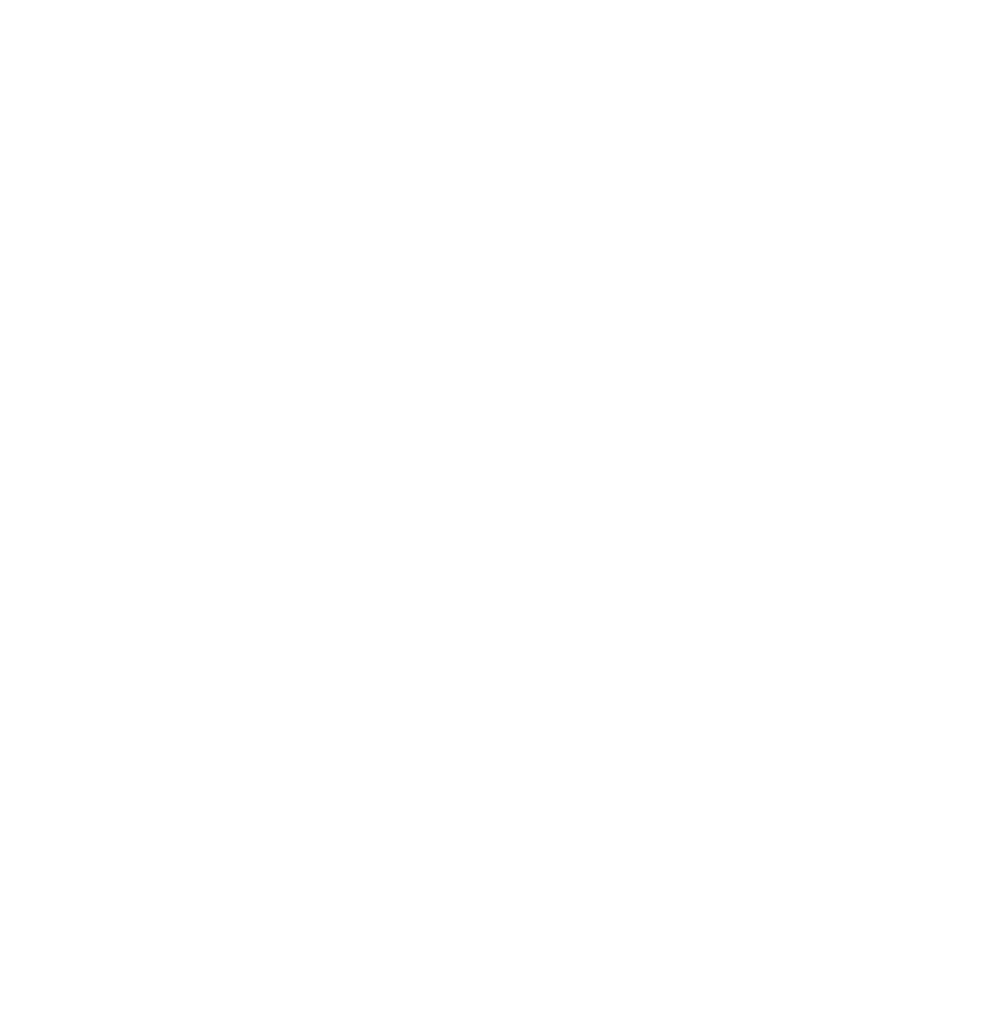
<source format=kicad_pcb>
(kicad_pcb (version 20171130) (host pcbnew "(5.0.1)-4")

  (general
    (thickness 1.6)
    (drawings 90)
    (tracks 0)
    (zones 0)
    (modules 0)
    (nets 1)
  )

  (page A4)
  (layers
    (0 F.Cu signal)
    (31 B.Cu signal)
    (32 B.Adhes user)
    (33 F.Adhes user)
    (34 B.Paste user)
    (35 F.Paste user)
    (36 B.SilkS user)
    (37 F.SilkS user)
    (38 B.Mask user)
    (39 F.Mask user)
    (40 Dwgs.User user)
    (41 Cmts.User user)
    (42 Eco1.User user)
    (43 Eco2.User user)
    (44 Edge.Cuts user)
    (45 Margin user)
    (46 B.CrtYd user)
    (47 F.CrtYd user)
    (48 B.Fab user)
    (49 F.Fab user)
  )

  (setup
    (last_trace_width 0.25)
    (trace_clearance 0.2)
    (zone_clearance 0.508)
    (zone_45_only no)
    (trace_min 0.2)
    (segment_width 0.3)
    (edge_width 0.2)
    (via_size 0.8)
    (via_drill 0.4)
    (via_min_size 0.4)
    (via_min_drill 0.3)
    (uvia_size 0.3)
    (uvia_drill 0.1)
    (uvias_allowed no)
    (uvia_min_size 0.2)
    (uvia_min_drill 0.1)
    (pcb_text_width 0.3)
    (pcb_text_size 1.5 1.5)
    (mod_edge_width 0.15)
    (mod_text_size 1 1)
    (mod_text_width 0.15)
    (pad_size 7 7)
    (pad_drill 6)
    (pad_to_mask_clearance 0.051)
    (solder_mask_min_width 0.25)
    (aux_axis_origin 0 0)
    (visible_elements 7FFFFFFF)
    (pcbplotparams
      (layerselection 0x010f0_ffffffff)
      (usegerberextensions false)
      (usegerberattributes false)
      (usegerberadvancedattributes false)
      (creategerberjobfile false)
      (excludeedgelayer true)
      (linewidth 0.100000)
      (plotframeref false)
      (viasonmask false)
      (mode 1)
      (useauxorigin false)
      (hpglpennumber 1)
      (hpglpenspeed 20)
      (hpglpendiameter 15.000000)
      (psnegative false)
      (psa4output false)
      (plotreference true)
      (plotvalue true)
      (plotinvisibletext false)
      (padsonsilk false)
      (subtractmaskfromsilk false)
      (outputformat 1)
      (mirror false)
      (drillshape 0)
      (scaleselection 1)
      (outputdirectory ""))
  )

  (net 0 "")

  (net_class Default "This is the default net class."
    (clearance 0.2)
    (trace_width 0.25)
    (via_dia 0.8)
    (via_drill 0.4)
    (uvia_dia 0.3)
    (uvia_drill 0.1)
  )

  (gr_line (start 3.5 10.1) (end -13.4 10.1) (layer Eco2.User) (width 0.2) (tstamp 5DA6853C))
  (gr_text Countersink (at -20.7 9.9) (layer Eco2.User) (tstamp 5DA6853B)
    (effects (font (size 1.5 1.5) (thickness 0.3)))
  )
  (gr_line (start 84.5 50.95) (end 67.6 50.95) (layer Eco2.User) (width 0.2) (tstamp 5D952C95))
  (gr_text Countersink (at 91.7 51) (layer Eco2.User) (tstamp 5D952C94)
    (effects (font (size 1.5 1.5) (thickness 0.3)))
  )
  (gr_line (start 3.5 50.95) (end -13.4 50.95) (layer Eco2.User) (width 0.2) (tstamp 5D952C91))
  (gr_text Countersink (at -20.7 50.75) (layer Eco2.User) (tstamp 5D952C90)
    (effects (font (size 1.5 1.5) (thickness 0.3)))
  )
  (gr_circle (center 64.35 113.3) (end 67.5 113.3) (layer Eco2.User) (width 0.05) (tstamp 5D94274A))
  (gr_circle (center 53.35 113.3) (end 56.5 113.3) (layer Eco2.User) (width 0.05) (tstamp 5D942747))
  (gr_circle (center 42.35 113.3) (end 45.5 113.3) (layer Eco2.User) (width 0.05) (tstamp 5D942743))
  (gr_circle (center 28.4 113.3) (end 31.55 113.3) (layer Eco2.User) (width 0.05) (tstamp 5D94273E))
  (gr_circle (center 17.45 113.3) (end 20.6 113.3) (layer Eco2.User) (width 0.05) (tstamp 5D942732))
  (gr_circle (center 64.35 100.35) (end 67.5 100.35) (layer Eco2.User) (width 0.2) (tstamp 5D942714))
  (gr_circle (center 53.35 100.35) (end 56.5 100.35) (layer Eco2.User) (width 0.2) (tstamp 5D942703))
  (gr_circle (center 42.35 100.35) (end 45.5 100.35) (layer Eco2.User) (width 0.2) (tstamp 5D9426E5))
  (gr_circle (center 28.4 100.35) (end 31.55 100.35) (layer Eco2.User) (width 0.2) (tstamp 5D9426C9))
  (gr_text Countersink (at 91.65 10.1) (layer Eco2.User) (tstamp 5D9426AD)
    (effects (font (size 1.5 1.5) (thickness 0.3)))
  )
  (gr_line (start 84.45 10.05) (end 67.55 10.05) (layer Eco2.User) (width 0.2) (tstamp 5D9426A6))
  (gr_circle (center 17.45 100.35) (end 20.6 100.35) (layer Eco2.User) (width 0.2) (tstamp 5D94220C))
  (gr_circle (center 6.45 113.3) (end 9.6 113.3) (layer Eco2.User) (width 0.05) (tstamp 5D9421E3))
  (gr_circle (center 6.45 100.35) (end 9.6 100.35) (layer Eco2.User) (width 0.2))
  (gr_circle (center 10.55 73.3) (end 12.15 73.3) (layer Eco2.User) (width 0.2) (tstamp 5D942139))
  (gr_circle (center 10.55 32.3) (end 12.15 32.3) (layer Eco2.User) (width 0.2) (tstamp 5D942120))
  (gr_circle (center 56.5 56.25) (end 58.1 56.25) (layer Eco2.User) (width 0.2) (tstamp 5D9420FE))
  (gr_line (start 65.3 60.7) (end 62.3 60.7) (layer Eco2.User) (width 0.2) (tstamp 5D9420FD))
  (gr_line (start 65.3 87.7) (end 65.3 60.7) (layer Eco2.User) (width 0.2) (tstamp 5D9420FC))
  (gr_line (start 62.3 87.7) (end 65.3 87.7) (layer Eco2.User) (width 0.2) (tstamp 5D9420FB))
  (gr_line (start 50.4 60.7) (end 47.4 60.7) (layer Eco2.User) (width 0.2) (tstamp 5D9420FA))
  (gr_line (start 50.4 87.7) (end 50.4 60.7) (layer Eco2.User) (width 0.2) (tstamp 5D9420F9))
  (gr_line (start 47.4 87.7) (end 50.4 87.7) (layer Eco2.User) (width 0.2) (tstamp 5D9420F8))
  (gr_line (start 35.35 60.7) (end 32.35 60.7) (layer Eco2.User) (width 0.2) (tstamp 5D9420F7))
  (gr_line (start 35.35 87.7) (end 35.35 60.7) (layer Eco2.User) (width 0.2) (tstamp 5D9420F6))
  (gr_line (start 32.35 87.7) (end 35.35 87.7) (layer Eco2.User) (width 0.2) (tstamp 5D9420F5))
  (gr_line (start 62.3 60.7) (end 62.3 87.7) (layer Eco2.User) (width 0.2) (tstamp 5D9420F4))
  (gr_line (start 47.4 60.7) (end 47.4 87.7) (layer Eco2.User) (width 0.2) (tstamp 5D9420F3))
  (gr_line (start 32.35 60.7) (end 32.35 87.7) (layer Eco2.User) (width 0.2) (tstamp 5D9420F2))
  (gr_circle (center 3.6 53.7) (end 5.2 53.7) (layer Eco2.User) (width 0.2) (tstamp 5D9420F1))
  (gr_circle (center 3.55 53.7) (end 6.3 53.65) (layer Eco2.User) (width 0.2) (tstamp 5D9420F0))
  (gr_circle (center 67.55 53.7) (end 69.15 53.7) (layer Eco2.User) (width 0.2) (tstamp 5D9420EF))
  (gr_circle (center 67.55 53.7) (end 70.3 53.65) (layer Eco2.User) (width 0.2) (tstamp 5D9420EE))
  (gr_line (start 6.55 63.2) (end 2.45 63.2) (layer Eco2.User) (width 0.2) (tstamp 5D9420EC))
  (gr_line (start 2.45 63.2) (end 2.45 69.2) (layer Eco2.User) (width 0.2) (tstamp 5D9420EB))
  (gr_line (start 2.45 69.2) (end 6.55 69.2) (layer Eco2.User) (width 0.2) (tstamp 5D9420EA))
  (gr_line (start 6.55 69.2) (end 6.55 63.2) (layer Eco2.User) (width 0.2) (tstamp 5D9420E9))
  (gr_line (start 6.45 79.5) (end 2.45 79.5) (layer Eco2.User) (width 0.2) (tstamp 5D9420E8))
  (gr_line (start 2.45 79.5) (end 2.45 87) (layer Eco2.User) (width 0.2) (tstamp 5D9420E7))
  (gr_line (start 2.45 87) (end 6.45 87) (layer Eco2.User) (width 0.2) (tstamp 5D9420E6))
  (gr_line (start 6.45 87) (end 6.45 79.5) (layer Eco2.User) (width 0.2) (tstamp 5D9420E5))
  (gr_line (start 20.35 60.7) (end 17.35 60.7) (layer Eco2.User) (width 0.2) (tstamp 5D9420E4))
  (gr_line (start 17.35 60.7) (end 17.35 87.7) (layer Eco2.User) (width 0.2) (tstamp 5D9420E3))
  (gr_line (start 20.35 87.7) (end 20.35 60.7) (layer Eco2.User) (width 0.2) (tstamp 5D9420E2))
  (gr_line (start 17.35 87.7) (end 20.35 87.7) (layer Eco2.User) (width 0.2) (tstamp 5D9420E1))
  (gr_circle (center 11.450454 56.200454) (end 14.200454 56.150454) (layer Eco2.User) (width 0.2) (tstamp 5D9420CB))
  (gr_circle (center 56.5 15.4) (end 58.1 15.4) (layer Eco2.User) (width 0.2) (tstamp 5D94206B))
  (gr_line (start 65.3 19.8) (end 62.3 19.8) (layer Eco2.User) (width 0.2) (tstamp 5D941EB2))
  (gr_line (start 65.3 46.8) (end 65.3 19.8) (layer Eco2.User) (width 0.2) (tstamp 5D941EB1))
  (gr_line (start 62.3 46.8) (end 65.3 46.8) (layer Eco2.User) (width 0.2) (tstamp 5D941EB0))
  (gr_line (start 50.4 19.8) (end 47.4 19.8) (layer Eco2.User) (width 0.2) (tstamp 5D941EAC))
  (gr_line (start 50.4 46.8) (end 50.4 19.8) (layer Eco2.User) (width 0.2) (tstamp 5D941EAB))
  (gr_line (start 47.4 46.8) (end 50.4 46.8) (layer Eco2.User) (width 0.2) (tstamp 5D941EAA))
  (gr_line (start 35.35 19.8) (end 32.35 19.8) (layer Eco2.User) (width 0.2) (tstamp 5D941EA6))
  (gr_line (start 35.35 46.8) (end 35.35 19.8) (layer Eco2.User) (width 0.2) (tstamp 5D941EA5))
  (gr_line (start 32.35 46.8) (end 35.35 46.8) (layer Eco2.User) (width 0.2) (tstamp 5D941EA4))
  (gr_line (start 62.3 19.8) (end 62.3 46.8) (layer Eco2.User) (width 0.2) (tstamp 5D941E92))
  (gr_line (start 47.4 19.8) (end 47.4 46.8) (layer Eco2.User) (width 0.2) (tstamp 5D941E79))
  (gr_line (start 32.35 19.8) (end 32.35 46.8) (layer Eco2.User) (width 0.2) (tstamp 5D941E59))
  (gr_line (start 20.35 46.8) (end 20.35 19.8) (layer Eco2.User) (width 0.2) (tstamp 5D941D9E))
  (gr_line (start 17.35 46.8) (end 20.35 46.8) (layer Eco2.User) (width 0.2) (tstamp 5D941D9D))
  (gr_line (start 17.35 19.8) (end 17.35 46.8) (layer Eco2.User) (width 0.2))
  (gr_line (start 20.35 19.8) (end 17.35 19.8) (layer Eco2.User) (width 0.2))
  (gr_line (start 6.45 46.1) (end 6.45 38.6) (layer Eco2.User) (width 0.2))
  (gr_line (start 2.45 46.1) (end 6.45 46.1) (layer Eco2.User) (width 0.2))
  (gr_line (start 2.45 38.6) (end 2.45 46.1) (layer Eco2.User) (width 0.2))
  (gr_line (start 6.45 38.6) (end 2.45 38.6) (layer Eco2.User) (width 0.2))
  (gr_line (start 6.5 28.3) (end 6.5 22.3) (layer Eco2.User) (width 0.2) (tstamp 5D941AEA))
  (gr_line (start 2.4 28.3) (end 6.5 28.3) (layer Eco2.User) (width 0.2) (tstamp 5D941AE9))
  (gr_line (start 2.4 22.3) (end 2.4 28.3) (layer Eco2.User) (width 0.2))
  (gr_line (start 6.5 22.3) (end 2.4 22.3) (layer Eco2.User) (width 0.2))
  (gr_circle (center 11.450454 15.350454) (end 14.200454 15.300454) (layer Eco2.User) (width 0.2) (tstamp 5D941A61))
  (gr_line (start 70.8 0) (end 70.8 128.5) (layer Eco2.User) (width 0.2) (tstamp 5D941A31))
  (gr_circle (center 67.5 12.8) (end 70.25 12.75) (layer Eco2.User) (width 0.2) (tstamp 5D941A18))
  (gr_circle (center 67.5 12.8) (end 69.1 12.8) (layer Eco2.User) (width 0.2) (tstamp 5D941A0C))
  (gr_circle (center 3.549546 12.85) (end 6.299546 12.8) (layer Eco2.User) (width 0.2))
  (gr_circle (center 3.55 12.85) (end 5.15 12.85) (layer Eco2.User) (width 0.2))
  (gr_circle (center 63.4 125.5) (end 65 125.5) (layer Eco2.User) (width 0.2) (tstamp 5D9418B2))
  (gr_circle (center 63.4 3) (end 65 3) (layer Eco2.User) (width 0.2) (tstamp 5D9418A9))
  (gr_circle (center 7.5 125.5) (end 9.1 125.5) (layer Eco2.User) (width 0.2) (tstamp 5D941897))
  (gr_circle (center 7.5 3) (end 9.1 3) (layer Eco2.User) (width 0.2))
  (gr_line (start 0 128.5) (end 0 0) (layer Eco2.User) (width 0.2))
  (gr_line (start 70.8 128.5) (end 0 128.5) (layer Eco2.User) (width 0.2))
  (gr_line (start 0 0) (end 70.8 0) (layer Eco2.User) (width 0.2))

)

</source>
